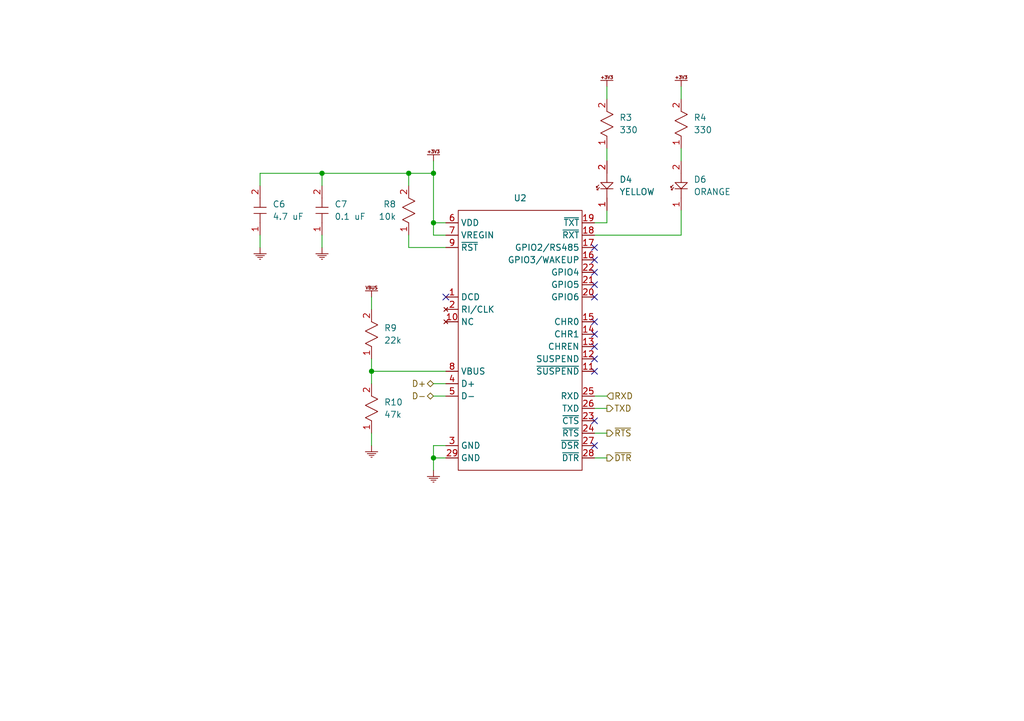
<source format=kicad_sch>
(kicad_sch (version 20230121) (generator eeschema)
  (paper "A5")
  (lib_symbols
    (symbol "LED_1" (pin_names (offset 0) hide)
      (property "Reference" "D" (at 0 0 0))
      (property "Value" "LED" (at 0 0 0))
      (symbol "LED_1_0_1"
        (polyline (pts (xy 4.445 0) (xy 2.54 0)))
        (polyline (pts (xy 4.445 1.27) (xy 4.445 -1.27)))
        (polyline (pts (xy 7.62 0) (xy 5.715 0)))
        (polyline (pts (xy 4.445 0) (xy 5.715 -1.27) (xy 5.715 1.27) (xy 4.445 0)))
        (polyline (pts (xy 4.699 1.524) (xy 4.191 2.032) (xy 4.191 1.778) (xy 4.445 2.032) (xy 4.191 2.032)))
        (polyline (pts (xy 5.207 1.651) (xy 4.699 2.159) (xy 4.699 1.905) (xy 4.953 2.159) (xy 4.699 2.159)))
      )
      (symbol "LED_1_1_1"
        (pin passive line (at 0 0 0) (length 2.54) (name "K") (number "1"))
        (pin passive line (at 10.16 0 180) (length 2.54) (name "A") (number "2"))
      )
    )
    (symbol "zandmd:+3V3" (power) (pin_names (offset 0))
      (symbol "+3V3_0_1"
        (polyline (pts (xy -1.27 1.27) (xy 1.27 1.27)))
        (polyline (pts (xy 0 0) (xy 0 1.27)))
      )
      (symbol "+3V3_1_1"
        (text "+3V3" (at 0 1.905 0) (effects (font (size 0.635 0.635))))
        (pin power_in line (at 0 0 90) (length 0) hide (name "+3V3") (number "1"))
      )
    )
    (symbol "zandmd:CAPACITOR" (pin_names (offset 0))
      (property "Reference" "C" (at 0 0 0))
      (property "Value" "C" (at 0 0 0))
      (symbol "CAPACITOR_0_1"
        (polyline (pts (xy 2.54 0) (xy 4.445 0)))
        (polyline (pts (xy 4.445 1.27) (xy 4.445 -1.27)))
        (polyline (pts (xy 5.715 1.27) (xy 5.715 -1.27)))
        (polyline (pts (xy 7.62 0) (xy 5.715 0)))
      )
      (symbol "CAPACITOR_1_1"
        (pin passive line (at 0 0 0) (length 2.54) (name "") (number "1"))
        (pin passive line (at 10.16 0 180) (length 2.54) (name "") (number "2"))
      )
    )
    (symbol "zandmd:CP2102N-A02-GQFN28"
      (property "Reference" "U" (at 0 0 0))
      (symbol "CP2102N-A02-GQFN28_0_1"
        (rectangle (start 2.54 53.34) (end 27.94 0))
      )
      (symbol "CP2102N-A02-GQFN28_1_1"
        (pin input line (at 0 35.56 0) (length 2.54) (name "DCD") (number "1"))
        (pin no_connect line (at 0 30.48 0) (length 2.54) (name "NC") (number "10"))
        (pin output line (at 30.48 20.32 180) (length 2.54) (name "~{SUSPEND}") (number "11"))
        (pin output line (at 30.48 22.86 180) (length 2.54) (name "SUSPEND") (number "12"))
        (pin output line (at 30.48 25.4 180) (length 2.54) (name "CHREN") (number "13"))
        (pin output line (at 30.48 27.94 180) (length 2.54) (name "CHR1") (number "14"))
        (pin output line (at 30.48 30.48 180) (length 2.54) (name "CHR0") (number "15"))
        (pin bidirectional line (at 30.48 43.18 180) (length 2.54) (name "GPIO3/WAKEUP") (number "16"))
        (pin bidirectional line (at 30.48 45.72 180) (length 2.54) (name "GPIO2/RS485") (number "17"))
        (pin bidirectional line (at 30.48 48.26 180) (length 2.54) (name "GPIO1/~{RXT}") (number "18") (alternate "~{RXT}" open_collector line))
        (pin bidirectional line (at 30.48 50.8 180) (length 2.54) (name "GPIO0/~{TXT}") (number "19") (alternate "~{TXT}" open_collector line))
        (pin no_connect line (at 0 33.02 0) (length 2.54) (name "RI/CLK") (number "2"))
        (pin bidirectional line (at 30.48 35.56 180) (length 2.54) (name "GPIO6") (number "20"))
        (pin bidirectional line (at 30.48 38.1 180) (length 2.54) (name "GPIO5") (number "21"))
        (pin bidirectional line (at 30.48 40.64 180) (length 2.54) (name "GPIO4") (number "22"))
        (pin input line (at 30.48 10.16 180) (length 2.54) (name "~{CTS}") (number "23"))
        (pin output line (at 30.48 7.62 180) (length 2.54) (name "~{RTS}") (number "24"))
        (pin input line (at 30.48 15.24 180) (length 2.54) (name "RXD") (number "25"))
        (pin output line (at 30.48 12.7 180) (length 2.54) (name "TXD") (number "26"))
        (pin input line (at 30.48 5.08 180) (length 2.54) (name "~{DSR}") (number "27"))
        (pin output line (at 30.48 2.54 180) (length 2.54) (name "~{DTR}") (number "28"))
        (pin passive line (at 0 2.54 0) (length 2.54) (name "GND") (number "29"))
        (pin passive line (at 0 5.08 0) (length 2.54) (name "GND") (number "3"))
        (pin bidirectional line (at 0 17.78 0) (length 2.54) (name "D+") (number "4"))
        (pin bidirectional line (at 0 15.24 0) (length 2.54) (name "D-") (number "5"))
        (pin power_in line (at 0 50.8 0) (length 2.54) (name "VDD") (number "6"))
        (pin power_in line (at 0 48.26 0) (length 2.54) (name "VREGIN") (number "7"))
        (pin power_in line (at 0 20.32 0) (length 2.54) (name "VBUS") (number "8"))
        (pin input line (at 0 45.72 0) (length 2.54) (name "~{RST}") (number "9"))
      )
    )
    (symbol "zandmd:GND" (power) (pin_names (offset 0))
      (symbol "GND_0_1"
        (polyline (pts (xy -1.27 -1.27) (xy 1.27 -1.27)))
        (polyline (pts (xy -0.889 -1.651) (xy 0.889 -1.651)))
        (polyline (pts (xy -0.508 -2.032) (xy 0.508 -2.032)))
        (polyline (pts (xy -0.127 -2.413) (xy 0.127 -2.413)))
        (polyline (pts (xy 0 0) (xy 0 -1.27)))
      )
      (symbol "GND_1_1"
        (pin power_in line (at 0 0 270) (length 0) hide (name "GND") (number "1"))
      )
    )
    (symbol "zandmd:LED" (pin_names (offset 0) hide)
      (property "Reference" "D" (at 0 0 0))
      (property "Value" "LED" (at 0 0 0))
      (symbol "LED_0_1"
        (polyline (pts (xy 4.445 0) (xy 2.54 0)))
        (polyline (pts (xy 4.445 1.27) (xy 4.445 -1.27)))
        (polyline (pts (xy 7.62 0) (xy 5.715 0)))
        (polyline (pts (xy 4.445 0) (xy 5.715 -1.27) (xy 5.715 1.27) (xy 4.445 0)))
        (polyline (pts (xy 4.699 1.524) (xy 4.191 2.032) (xy 4.191 1.778) (xy 4.445 2.032) (xy 4.191 2.032)))
        (polyline (pts (xy 5.207 1.651) (xy 4.699 2.159) (xy 4.699 1.905) (xy 4.953 2.159) (xy 4.699 2.159)))
      )
      (symbol "LED_1_1"
        (pin passive line (at 0 0 0) (length 2.54) (name "K") (number "1"))
        (pin passive line (at 10.16 0 180) (length 2.54) (name "A") (number "2"))
      )
    )
    (symbol "zandmd:RESISTOR" (pin_names (offset 0))
      (property "Reference" "R" (at 0 0 0))
      (property "Value" "R" (at 0 0 0))
      (symbol "RESISTOR_0_1"
        (polyline (pts (xy 2.54 0) (xy 3.175 1.27) (xy 4.445 -1.27) (xy 5.715 1.27) (xy 6.985 -1.27) (xy 7.62 0)))
      )
      (symbol "RESISTOR_1_1"
        (pin passive line (at 0 0 0) (length 2.54) (name "") (number "1"))
        (pin passive line (at 10.16 0 180) (length 2.54) (name "") (number "2"))
      )
    )
    (symbol "zandmd:VBUS" (power) (pin_names (offset 0))
      (symbol "VBUS_0_1"
        (polyline (pts (xy -1.27 1.27) (xy 1.27 1.27)))
        (polyline (pts (xy 0 0) (xy 0 1.27)))
      )
      (symbol "VBUS_1_1"
        (text "VBUS" (at 0 1.905 0) (effects (font (size 0.635 0.635))))
        (pin power_in line (at 0 0 90) (length 0) hide (name "VBUS") (number "1"))
      )
    )
  )
  (junction (at 88.9 45.72))
  (junction (at 88.9 93.98))
  (junction (at 66.04 35.56))
  (junction (at 83.82 35.56))
  (junction (at 88.9 35.56))
  (junction (at 76.2 76.2))
  (no_connect (at 121.92 55.88))
  (no_connect (at 121.92 71.12))
  (no_connect (at 121.92 73.66))
  (no_connect (at 91.44 60.96))
  (no_connect (at 121.92 66.04))
  (no_connect (at 121.92 53.34))
  (no_connect (at 121.92 86.36))
  (no_connect (at 121.92 68.58))
  (no_connect (at 121.92 58.42))
  (no_connect (at 121.92 91.44))
  (no_connect (at 121.92 60.96))
  (no_connect (at 121.92 76.2))
  (no_connect (at 121.92 50.8))
  (wire (pts (xy 88.9 48.26) (xy 88.9 45.72)))
  (wire (pts (xy 139.7 30.48) (xy 139.7 33.02)))
  (wire (pts (xy 53.34 38.1) (xy 53.34 35.56)))
  (wire (pts (xy 121.92 45.72) (xy 124.46 45.72)))
  (wire (pts (xy 88.9 35.56) (xy 88.9 45.72)))
  (wire (pts (xy 66.04 48.26) (xy 66.04 50.8)))
  (wire (pts (xy 76.2 73.66) (xy 76.2 76.2)))
  (wire (pts (xy 91.44 76.2) (xy 76.2 76.2)))
  (wire (pts (xy 88.9 33.02) (xy 88.9 35.56)))
  (wire (pts (xy 88.9 45.72) (xy 91.44 45.72)))
  (wire (pts (xy 91.44 48.26) (xy 88.9 48.26)))
  (wire (pts (xy 121.92 48.26) (xy 139.7 48.26)))
  (wire (pts (xy 88.9 91.44) (xy 88.9 93.98)))
  (wire (pts (xy 83.82 35.56) (xy 88.9 35.56)))
  (wire (pts (xy 124.46 30.48) (xy 124.46 33.02)))
  (wire (pts (xy 91.44 91.44) (xy 88.9 91.44)))
  (wire (pts (xy 76.2 60.96) (xy 76.2 63.5)))
  (wire (pts (xy 124.46 43.18) (xy 124.46 45.72)))
  (wire (pts (xy 121.92 88.9) (xy 124.46 88.9)))
  (wire (pts (xy 88.9 93.98) (xy 88.9 96.52)))
  (wire (pts (xy 76.2 76.2) (xy 76.2 78.74)))
  (wire (pts (xy 83.82 35.56) (xy 83.82 38.1)))
  (wire (pts (xy 88.9 81.28) (xy 91.44 81.28)))
  (wire (pts (xy 66.04 35.56) (xy 66.04 38.1)))
  (wire (pts (xy 83.82 50.8) (xy 91.44 50.8)))
  (wire (pts (xy 124.46 17.78) (xy 124.46 20.32)))
  (wire (pts (xy 139.7 43.18) (xy 139.7 48.26)))
  (wire (pts (xy 83.82 48.26) (xy 83.82 50.8)))
  (wire (pts (xy 66.04 35.56) (xy 83.82 35.56)))
  (wire (pts (xy 53.34 35.56) (xy 66.04 35.56)))
  (wire (pts (xy 121.92 83.82) (xy 124.46 83.82)))
  (wire (pts (xy 88.9 78.74) (xy 91.44 78.74)))
  (wire (pts (xy 76.2 88.9) (xy 76.2 91.44)))
  (wire (pts (xy 53.34 48.26) (xy 53.34 50.8)))
  (wire (pts (xy 121.92 93.98) (xy 124.46 93.98)))
  (wire (pts (xy 91.44 93.98) (xy 88.9 93.98)))
  (wire (pts (xy 121.92 81.28) (xy 124.46 81.28)))
  (wire (pts (xy 139.7 17.78) (xy 139.7 20.32)))
  (hierarchical_label "TXD" (shape output) (at 124.46 83.82 0))
  (hierarchical_label "RXD" (shape input) (at 124.46 81.28 0))
  (hierarchical_label "~{DTR}" (shape output) (at 124.46 93.98 0))
  (hierarchical_label "D+" (shape bidirectional) (at 88.9 78.74 180))
  (hierarchical_label "~{RTS}" (shape output) (at 124.46 88.9 0))
  (hierarchical_label "D-" (shape bidirectional) (at 88.9 81.28 180))
  (symbol (lib_id "zandmd:VBUS") (at 76.2 60.96 0) (unit 1)
    (property "Reference" "#PWR07" (effects hide))
    (property "Value" "VBUS" (effects hide))
  )
  (symbol (lib_id "zandmd:CAPACITOR") (at 53.34 48.26 90) (unit 1)
    (property "Reference" "C6" (at 55.88 41.91 90) (effects (justify right)))
    (property "Value" "4.7 uF" (at 55.88 44.45 90) (effects (justify right)))
    (property "Footprint" "zandmd:PASSIVE-NPOL-0805" (effects hide))
    (property "Sim.Device" "C" (effects hide))
    (property "Sim.Pins" "1=+ 2=-" (effects hide))
  )
  (symbol (lib_id "zandmd:RESISTOR") (at 139.7 30.48 90) (unit 1)
    (property "Reference" "R4" (at 142.24 24.13 90) (effects (justify right)))
    (property "Value" "330" (at 142.24 26.67 90) (effects (justify right)))
    (property "Footprint" "zandmd:PASSIVE-NPOL-0805" (effects hide))
    (property "Sim.Device" "R" (effects hide))
    (property "Sim.Pins" "1=+ 2=-" (effects hide))
  )
  (symbol (lib_id "zandmd:GND") (at 76.2 91.44 0) (unit 1)
    (property "Reference" "#PWR010" (effects hide))
    (property "Value" "GND" (effects hide))
  )
  (symbol (lib_id "zandmd:GND") (at 88.9 96.52 0) (unit 1)
    (property "Reference" "#PWR08" (effects hide))
    (property "Value" "GND" (effects hide))
  )
  (symbol (lib_id "zandmd:RESISTOR") (at 76.2 73.66 90) (unit 1)
    (property "Reference" "R9" (at 78.74 67.31 90) (effects (justify right)))
    (property "Value" "22k" (at 78.74 69.85 90) (effects (justify right)))
    (property "Footprint" "zandmd:PASSIVE-NPOL-0805" (effects hide))
    (property "Sim.Device" "R" (effects hide))
    (property "Sim.Pins" "1=+ 2=-" (effects hide))
  )
  (symbol (lib_id "zandmd:RESISTOR") (at 83.82 48.26 90) (unit 1)
    (property "Reference" "R8" (at 81.28 41.91 90) (effects (justify left)))
    (property "Value" "10k" (at 81.28 44.45 90) (effects (justify left)))
    (property "Footprint" "zandmd:PASSIVE-NPOL-0805" (effects hide))
    (property "Sim.Device" "R" (effects hide))
    (property "Sim.Pins" "1=+ 2=-" (effects hide))
  )
  (symbol (lib_id "zandmd:LED") (at 139.7 43.18 90) (unit 1)
    (property "Reference" "D6" (at 142.24 36.83 90) (effects (justify right)))
    (property "Value" "ORANGE" (at 142.24 39.37 90) (effects (justify right)))
    (property "Footprint" "zandmd:PASSIVE-POL-0805" (effects hide))
    (property "Sim.Enable" "0" (effects hide))
  )
  (symbol (lib_id "zandmd:RESISTOR") (at 124.46 30.48 90) (unit 1)
    (property "Reference" "R3" (at 127 24.13 90) (effects (justify right)))
    (property "Value" "330" (at 127 26.67 90) (effects (justify right)))
    (property "Footprint" "zandmd:PASSIVE-NPOL-0805" (effects hide))
    (property "Sim.Device" "R" (effects hide))
    (property "Sim.Pins" "1=+ 2=-" (effects hide))
  )
  (symbol (lib_id "zandmd:CAPACITOR") (at 66.04 48.26 90) (unit 1)
    (property "Reference" "C7" (at 68.58 41.91 90) (effects (justify right)))
    (property "Value" "0.1 uF" (at 68.58 44.45 90) (effects (justify right)))
    (property "Footprint" "zandmd:PASSIVE-NPOL-0805" (effects hide))
    (property "Sim.Device" "C" (effects hide))
    (property "Sim.Pins" "1=+ 2=-" (effects hide))
  )
  (symbol (lib_id "zandmd:+3V3") (at 88.9 33.02 0) (unit 1)
    (property "Reference" "#PWR011" (effects hide))
    (property "Value" "+3V3" (effects hide))
  )
  (symbol (lib_name "LED_1") (lib_id "zandmd:LED") (at 124.46 43.18 90) (unit 1)
    (property "Reference" "D4" (at 127 36.83 90) (effects (justify right)))
    (property "Value" "YELLOW" (at 127 39.37 90) (effects (justify right)))
    (property "Footprint" "zandmd:PASSIVE-POL-0805" (effects hide))
    (property "Sim.Enable" "0" (effects hide))
  )
  (symbol (lib_id "zandmd:GND") (at 53.34 50.8 0) (unit 1)
    (property "Reference" "#PWR012" (effects hide))
    (property "Value" "GND" (effects hide))
  )
  (symbol (lib_id "zandmd:+3V3") (at 139.7 17.78 0) (unit 1)
    (property "Reference" "#PWR015" (effects hide))
    (property "Value" "+3V3" (effects hide))
  )
  (symbol (lib_id "zandmd:+3V3") (at 124.46 17.78 0) (unit 1)
    (property "Reference" "#PWR014" (effects hide))
    (property "Value" "+3V3" (effects hide))
  )
  (symbol (lib_id "zandmd:CP2102N-A02-GQFN28") (at 91.44 96.52 0) (unit 1)
    (property "Reference" "U2" (at 106.68 40.64 0))
    (property "Value" "CP2102N-A02-GQFN28" (effects hide))
    (property "Footprint" "zandmd:CP2102N-A02-GQFN28" (effects hide))
    (property "Datasheet" "https://www.silabs.com/documents/public/data-sheets/cp2102n-datasheet.pdf" (effects hide))
    (property "Sim.Enable" "0" (effects hide))
    (pin "18" (alternate "~{RXT}"))
    (pin "19" (alternate "~{TXT}"))
  )
  (symbol (lib_id "zandmd:RESISTOR") (at 76.2 88.9 90) (unit 1)
    (property "Reference" "R10" (at 78.74 82.55 90) (effects (justify right)))
    (property "Value" "47k" (at 78.74 85.09 90) (effects (justify right)))
    (property "Footprint" "zandmd:PASSIVE-NPOL-0805" (effects hide))
    (property "Sim.Device" "R" (effects hide))
    (property "Sim.Pins" "1=+ 2=-" (effects hide))
  )
  (symbol (lib_id "zandmd:GND") (at 66.04 50.8 0) (unit 1)
    (property "Reference" "#PWR09" (effects hide))
    (property "Value" "GND" (effects hide))
  )
)
</source>
